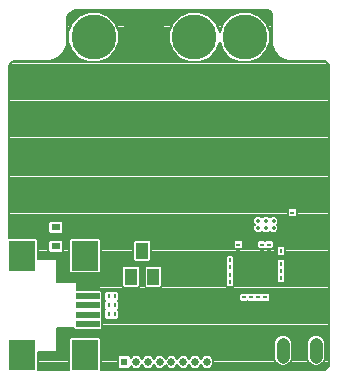
<source format=gbl>
G75*
G70*
%OFA0B0*%
%FSLAX24Y24*%
%IPPOS*%
%LPD*%
%AMOC8*
5,1,8,0,0,1.08239X$1,22.5*
%
%ADD10R,0.0138X0.0098*%
%ADD11R,0.0098X0.0138*%
%ADD12R,0.0315X0.0236*%
%ADD13R,0.0110X0.0169*%
%ADD14C,0.0248*%
%ADD15R,0.0248X0.0248*%
%ADD16C,0.0420*%
%ADD17R,0.0866X0.0984*%
%ADD18R,0.0787X0.0197*%
%ADD19R,0.0394X0.0551*%
%ADD20C,0.0070*%
%ADD21C,0.1500*%
%ADD22C,0.0140*%
D10*
X008531Y004924D03*
X008531Y005121D03*
X009311Y005121D03*
X009311Y004924D03*
X009551Y004924D03*
X009551Y005121D03*
X010331Y006184D03*
X010331Y006381D03*
X009431Y003561D03*
X009431Y003364D03*
X009191Y003364D03*
X009191Y003561D03*
X008949Y003561D03*
X008949Y003365D03*
X008711Y003364D03*
X008711Y003561D03*
D11*
X008449Y003882D03*
X008252Y003882D03*
X008252Y004122D03*
X008449Y004122D03*
X008449Y004362D03*
X008252Y004362D03*
X008252Y004602D03*
X008449Y004602D03*
X009752Y004482D03*
X009949Y004482D03*
X009949Y004242D03*
X009752Y004242D03*
X009752Y004002D03*
X009949Y004002D03*
X009949Y004902D03*
X009752Y004902D03*
D12*
X002440Y005065D03*
X002440Y005695D03*
D13*
X004200Y003400D03*
X004401Y003400D03*
X004401Y003100D03*
X004200Y003100D03*
X004200Y002800D03*
X004401Y002800D03*
D14*
X005116Y001210D03*
X005510Y001210D03*
X005904Y001210D03*
X006297Y001210D03*
X006691Y001210D03*
X007085Y001210D03*
X007478Y001210D03*
D15*
X004722Y001210D03*
D16*
X010010Y001390D02*
X010010Y001810D01*
X011110Y001810D02*
X011110Y001390D01*
D17*
X001321Y001446D03*
X003408Y001446D03*
X003408Y004754D03*
X001321Y004754D03*
D18*
X003506Y003730D03*
X003506Y003415D03*
X003506Y003100D03*
X003506Y002785D03*
X003506Y002470D03*
D19*
X004946Y004047D03*
X005694Y004047D03*
X005320Y004913D03*
D20*
X005029Y004891D02*
X003936Y004891D01*
X003936Y004959D02*
X005029Y004959D01*
X005029Y005028D02*
X003936Y005028D01*
X003936Y005096D02*
X005029Y005096D01*
X005029Y005165D02*
X003936Y005165D01*
X003936Y005233D02*
X005033Y005233D01*
X005029Y005228D02*
X005084Y005284D01*
X005557Y005284D01*
X005612Y005228D01*
X005612Y004598D01*
X005557Y004542D01*
X005084Y004542D01*
X005029Y004598D01*
X005029Y005228D01*
X005029Y004822D02*
X003936Y004822D01*
X003936Y004754D02*
X005029Y004754D01*
X005029Y004685D02*
X003936Y004685D01*
X003936Y004617D02*
X005029Y004617D01*
X005079Y004548D02*
X003936Y004548D01*
X003936Y004480D02*
X008117Y004480D01*
X008120Y004482D02*
X008108Y004471D01*
X008108Y004254D01*
X008120Y004242D01*
X008108Y004231D01*
X008108Y004014D01*
X008120Y004002D01*
X008108Y003991D01*
X008108Y003774D01*
X008164Y003718D01*
X008341Y003718D01*
X008397Y003774D01*
X008397Y003991D01*
X008385Y004002D01*
X008397Y004014D01*
X008397Y004231D01*
X008385Y004242D01*
X008397Y004254D01*
X008397Y004471D01*
X008385Y004482D01*
X008397Y004494D01*
X008397Y004711D01*
X008341Y004766D01*
X008164Y004766D01*
X008108Y004711D01*
X008108Y004494D01*
X008120Y004482D01*
X008108Y004548D02*
X005562Y004548D01*
X005612Y004617D02*
X008108Y004617D01*
X008108Y004685D02*
X005612Y004685D01*
X005612Y004754D02*
X008151Y004754D01*
X008354Y004754D02*
X009846Y004754D01*
X009861Y004738D02*
X010038Y004738D01*
X010094Y004794D01*
X010094Y005011D01*
X010038Y005066D01*
X009861Y005066D01*
X009805Y005011D01*
X009805Y004794D01*
X009861Y004738D01*
X009861Y004646D02*
X009805Y004591D01*
X009805Y004374D01*
X009817Y004362D01*
X009805Y004351D01*
X009805Y004134D01*
X009817Y004122D01*
X009805Y004111D01*
X009805Y003894D01*
X009861Y003838D01*
X010038Y003838D01*
X010094Y003894D01*
X010094Y004111D01*
X010082Y004122D01*
X010094Y004134D01*
X010094Y004351D01*
X010082Y004362D01*
X010094Y004374D01*
X010094Y004591D01*
X010038Y004646D01*
X009861Y004646D01*
X009831Y004617D02*
X008397Y004617D01*
X008397Y004685D02*
X011555Y004685D01*
X011555Y004617D02*
X010068Y004617D01*
X010094Y004548D02*
X011555Y004548D01*
X011555Y004480D02*
X010094Y004480D01*
X010094Y004411D02*
X011555Y004411D01*
X011555Y004343D02*
X010094Y004343D01*
X010094Y004274D02*
X011555Y004274D01*
X011555Y004206D02*
X010094Y004206D01*
X010094Y004137D02*
X011555Y004137D01*
X011555Y004069D02*
X010094Y004069D01*
X010094Y004000D02*
X011555Y004000D01*
X011555Y003931D02*
X010094Y003931D01*
X010062Y003863D02*
X011555Y003863D01*
X011555Y003794D02*
X008397Y003794D01*
X008397Y003863D02*
X009836Y003863D01*
X009805Y003931D02*
X008397Y003931D01*
X008387Y004000D02*
X009805Y004000D01*
X009805Y004069D02*
X008397Y004069D01*
X008397Y004137D02*
X009805Y004137D01*
X009805Y004206D02*
X008397Y004206D01*
X008397Y004274D02*
X009805Y004274D01*
X009805Y004343D02*
X008397Y004343D01*
X008397Y004411D02*
X009805Y004411D01*
X009805Y004480D02*
X008388Y004480D01*
X008397Y004548D02*
X009805Y004548D01*
X010053Y004754D02*
X011555Y004754D01*
X011555Y004822D02*
X010094Y004822D01*
X010094Y004891D02*
X011555Y004891D01*
X011555Y004959D02*
X010094Y004959D01*
X010077Y005028D02*
X011555Y005028D01*
X011555Y005096D02*
X009715Y005096D01*
X009715Y005032D02*
X009715Y005209D01*
X009659Y005265D01*
X009443Y005265D01*
X009431Y005253D01*
X009419Y005265D01*
X009203Y005265D01*
X009147Y005209D01*
X009147Y005032D01*
X009203Y004977D01*
X009419Y004977D01*
X009431Y004988D01*
X009443Y004977D01*
X009659Y004977D01*
X009715Y005032D01*
X009710Y005028D02*
X009822Y005028D01*
X009805Y004959D02*
X005612Y004959D01*
X005612Y004891D02*
X009805Y004891D01*
X009805Y004822D02*
X005612Y004822D01*
X005612Y005028D02*
X008372Y005028D01*
X008367Y005032D02*
X008367Y005209D01*
X008423Y005265D01*
X008639Y005265D01*
X008695Y005209D01*
X008695Y005032D01*
X008639Y004977D01*
X008423Y004977D01*
X008367Y005032D01*
X008367Y005096D02*
X005612Y005096D01*
X005612Y005165D02*
X008367Y005165D01*
X008391Y005233D02*
X005607Y005233D01*
X005458Y004418D02*
X005403Y004362D01*
X005403Y003732D01*
X005458Y003676D01*
X005931Y003676D01*
X005986Y003732D01*
X005986Y004362D01*
X005931Y004418D01*
X005458Y004418D01*
X005452Y004411D02*
X005189Y004411D01*
X005183Y004418D02*
X004710Y004418D01*
X004654Y004362D01*
X004654Y003732D01*
X004710Y003676D01*
X005183Y003676D01*
X005238Y003732D01*
X005238Y004362D01*
X005183Y004418D01*
X005238Y004343D02*
X005403Y004343D01*
X005403Y004274D02*
X005238Y004274D01*
X005238Y004206D02*
X005403Y004206D01*
X005403Y004137D02*
X005238Y004137D01*
X005238Y004069D02*
X005403Y004069D01*
X005403Y004000D02*
X005238Y004000D01*
X005238Y003931D02*
X005403Y003931D01*
X005403Y003863D02*
X005238Y003863D01*
X005238Y003794D02*
X005403Y003794D01*
X005409Y003726D02*
X005232Y003726D01*
X004660Y003726D02*
X003138Y003726D01*
X003138Y003794D02*
X004654Y003794D01*
X004654Y003863D02*
X003117Y003863D01*
X002478Y003863D01*
X002478Y004630D01*
X002458Y004651D01*
X001849Y004651D01*
X001849Y005285D01*
X001794Y005341D01*
X000885Y005341D01*
X000885Y011068D01*
X000899Y011112D01*
X000921Y011153D01*
X000951Y011190D01*
X000987Y011220D01*
X001029Y011242D01*
X001072Y011255D01*
X002273Y011255D01*
X002517Y011356D01*
X002704Y011543D01*
X002704Y011543D01*
X002805Y011788D01*
X002805Y012631D01*
X003096Y012631D01*
X003028Y012563D02*
X002805Y012563D01*
X002805Y012631D02*
X002807Y012650D01*
X002828Y012718D01*
X002861Y012780D01*
X002906Y012835D01*
X002960Y012879D01*
X003023Y012913D01*
X003090Y012933D01*
X003110Y012935D01*
X009502Y012935D01*
X009538Y012922D01*
X009573Y012901D01*
X009601Y012872D01*
X009623Y012838D01*
X009635Y012801D01*
X009635Y011788D01*
X009737Y011543D01*
X009924Y011356D01*
X010168Y011255D01*
X011368Y011255D01*
X011412Y011242D01*
X011454Y011220D01*
X011490Y011190D01*
X011520Y011153D01*
X011542Y011112D01*
X011555Y011068D01*
X011555Y001132D01*
X011542Y001088D01*
X011520Y001047D01*
X011490Y001010D01*
X011454Y000980D01*
X011412Y000958D01*
X011368Y000945D01*
X003936Y000945D01*
X003936Y001978D01*
X003880Y002034D01*
X002935Y002034D01*
X002880Y001978D01*
X002880Y000945D01*
X001849Y000945D01*
X001849Y001549D01*
X002458Y001549D01*
X002478Y001570D01*
X002478Y002337D01*
X003017Y002337D01*
X003017Y002332D01*
X003073Y002277D01*
X003939Y002277D01*
X003995Y002332D01*
X003995Y002608D01*
X003975Y002628D01*
X003995Y002647D01*
X003995Y002923D01*
X003975Y002943D01*
X003995Y002962D01*
X003995Y003238D01*
X003975Y003257D01*
X003995Y003277D01*
X003995Y003553D01*
X003939Y003608D01*
X003138Y003608D01*
X003138Y003843D01*
X003117Y003863D01*
X003138Y003657D02*
X011555Y003657D01*
X011555Y003589D02*
X003959Y003589D01*
X003995Y003520D02*
X004050Y003520D01*
X004050Y003524D02*
X004050Y003276D01*
X004076Y003250D01*
X004050Y003224D01*
X004050Y002976D01*
X004076Y002950D01*
X004050Y002924D01*
X004050Y002676D01*
X004105Y002620D01*
X004294Y002620D01*
X004300Y002626D01*
X004306Y002620D01*
X004495Y002620D01*
X004551Y002676D01*
X004551Y002924D01*
X004525Y002950D01*
X004551Y002976D01*
X004551Y003224D01*
X004525Y003250D01*
X004551Y003276D01*
X004551Y003524D01*
X004495Y003580D01*
X004306Y003580D01*
X004300Y003574D01*
X004294Y003580D01*
X004105Y003580D01*
X004050Y003524D01*
X004050Y003452D02*
X003995Y003452D01*
X003995Y003383D02*
X004050Y003383D01*
X004050Y003315D02*
X003995Y003315D01*
X003986Y003246D02*
X004072Y003246D01*
X004050Y003178D02*
X003995Y003178D01*
X003995Y003109D02*
X004050Y003109D01*
X004050Y003041D02*
X003995Y003041D01*
X003995Y002972D02*
X004053Y002972D01*
X004050Y002904D02*
X003995Y002904D01*
X003995Y002835D02*
X004050Y002835D01*
X004050Y002767D02*
X003995Y002767D01*
X003995Y002698D02*
X004050Y002698D01*
X004096Y002630D02*
X003978Y002630D01*
X003995Y002561D02*
X011555Y002561D01*
X011555Y002493D02*
X003995Y002493D01*
X003995Y002424D02*
X011555Y002424D01*
X011555Y002356D02*
X003995Y002356D01*
X003950Y002287D02*
X011555Y002287D01*
X011555Y002219D02*
X002478Y002219D01*
X002478Y002287D02*
X003062Y002287D01*
X002915Y002013D02*
X002478Y002013D01*
X002478Y001945D02*
X002880Y001945D01*
X002880Y001876D02*
X002478Y001876D01*
X002478Y001808D02*
X002880Y001808D01*
X002880Y001739D02*
X002478Y001739D01*
X002478Y001671D02*
X002880Y001671D01*
X002880Y001602D02*
X002478Y001602D01*
X002880Y001534D02*
X001849Y001534D01*
X001849Y001465D02*
X002880Y001465D01*
X002880Y001397D02*
X001849Y001397D01*
X001849Y001328D02*
X002880Y001328D01*
X002880Y001260D02*
X001849Y001260D01*
X001849Y001191D02*
X002880Y001191D01*
X002880Y001123D02*
X001849Y001123D01*
X001849Y001054D02*
X002880Y001054D01*
X002880Y000986D02*
X001849Y000986D01*
X002478Y002082D02*
X009870Y002082D01*
X009838Y002069D02*
X009752Y001983D01*
X009705Y001871D01*
X009705Y001329D01*
X009752Y001217D01*
X009838Y001131D01*
X009950Y001085D01*
X010071Y001085D01*
X010183Y001131D01*
X010269Y001217D01*
X010315Y001329D01*
X010315Y001871D01*
X010269Y001983D01*
X010183Y002069D01*
X010071Y002115D01*
X009950Y002115D01*
X009838Y002069D01*
X009783Y002013D02*
X003900Y002013D01*
X003936Y001945D02*
X009736Y001945D01*
X009708Y001876D02*
X003936Y001876D01*
X003936Y001808D02*
X009705Y001808D01*
X009705Y001739D02*
X003936Y001739D01*
X003936Y001671D02*
X009705Y001671D01*
X009705Y001602D02*
X003936Y001602D01*
X003936Y001534D02*
X009705Y001534D01*
X009705Y001465D02*
X003936Y001465D01*
X003936Y001397D02*
X004527Y001397D01*
X004503Y001373D02*
X004503Y001047D01*
X004559Y000991D01*
X004886Y000991D01*
X004941Y001047D01*
X004941Y001075D01*
X005025Y000991D01*
X005207Y000991D01*
X005313Y001097D01*
X005419Y000991D01*
X005601Y000991D01*
X005707Y001097D01*
X005813Y000991D01*
X005994Y000991D01*
X006100Y001097D01*
X006206Y000991D01*
X006388Y000991D01*
X006494Y001097D01*
X006600Y000991D01*
X006782Y000991D01*
X006888Y001097D01*
X006994Y000991D01*
X007175Y000991D01*
X007281Y001097D01*
X007388Y000991D01*
X007569Y000991D01*
X007697Y001119D01*
X007697Y001301D01*
X007569Y001429D01*
X007388Y001429D01*
X007281Y001323D01*
X007175Y001429D01*
X006994Y001429D01*
X006888Y001323D01*
X006782Y001429D01*
X006600Y001429D01*
X006494Y001323D01*
X006388Y001429D01*
X006206Y001429D01*
X006100Y001323D01*
X005994Y001429D01*
X005813Y001429D01*
X005707Y001323D01*
X005601Y001429D01*
X005419Y001429D01*
X005313Y001323D01*
X005207Y001429D01*
X005025Y001429D01*
X004941Y001345D01*
X004941Y001373D01*
X004886Y001429D01*
X004559Y001429D01*
X004503Y001373D01*
X004503Y001328D02*
X003936Y001328D01*
X003936Y001260D02*
X004503Y001260D01*
X004503Y001191D02*
X003936Y001191D01*
X003936Y001123D02*
X004503Y001123D01*
X004503Y001054D02*
X003936Y001054D01*
X003936Y000986D02*
X011460Y000986D01*
X011524Y001054D02*
X007633Y001054D01*
X007697Y001123D02*
X009858Y001123D01*
X009778Y001191D02*
X007697Y001191D01*
X007697Y001260D02*
X009734Y001260D01*
X009706Y001328D02*
X007670Y001328D01*
X007601Y001397D02*
X009705Y001397D01*
X010163Y001123D02*
X010958Y001123D01*
X010938Y001131D02*
X011050Y001085D01*
X011171Y001085D01*
X011283Y001131D01*
X011369Y001217D01*
X011415Y001329D01*
X011415Y001871D01*
X011369Y001983D01*
X011283Y002069D01*
X011171Y002115D01*
X011050Y002115D01*
X010938Y002069D01*
X010852Y001983D01*
X010805Y001871D01*
X010805Y001329D01*
X010852Y001217D01*
X010938Y001131D01*
X010878Y001191D02*
X010243Y001191D01*
X010287Y001260D02*
X010834Y001260D01*
X010806Y001328D02*
X010315Y001328D01*
X010315Y001397D02*
X010805Y001397D01*
X010805Y001465D02*
X010315Y001465D01*
X010315Y001534D02*
X010805Y001534D01*
X010805Y001602D02*
X010315Y001602D01*
X010315Y001671D02*
X010805Y001671D01*
X010805Y001739D02*
X010315Y001739D01*
X010315Y001808D02*
X010805Y001808D01*
X010808Y001876D02*
X010313Y001876D01*
X010285Y001945D02*
X010836Y001945D01*
X010883Y002013D02*
X010238Y002013D01*
X010151Y002082D02*
X010970Y002082D01*
X011251Y002082D02*
X011555Y002082D01*
X011555Y002150D02*
X002478Y002150D01*
X004505Y002630D02*
X011555Y002630D01*
X011555Y002698D02*
X004551Y002698D01*
X004551Y002767D02*
X011555Y002767D01*
X011555Y002835D02*
X004551Y002835D01*
X004551Y002904D02*
X011555Y002904D01*
X011555Y002972D02*
X004547Y002972D01*
X004551Y003041D02*
X011555Y003041D01*
X011555Y003109D02*
X004551Y003109D01*
X004551Y003178D02*
X011555Y003178D01*
X011555Y003246D02*
X009566Y003246D01*
X009539Y003220D02*
X009595Y003275D01*
X009595Y003453D01*
X009539Y003508D01*
X009323Y003508D01*
X009311Y003496D01*
X009299Y003508D01*
X009083Y003508D01*
X009070Y003496D01*
X009057Y003509D01*
X008840Y003509D01*
X008829Y003498D01*
X008819Y003508D01*
X008603Y003508D01*
X008547Y003453D01*
X008547Y003275D01*
X008603Y003220D01*
X008819Y003220D01*
X008830Y003231D01*
X008840Y003220D01*
X009057Y003220D01*
X009069Y003233D01*
X009083Y003220D01*
X009299Y003220D01*
X009311Y003231D01*
X009323Y003220D01*
X009539Y003220D01*
X009595Y003315D02*
X011555Y003315D01*
X011555Y003383D02*
X009595Y003383D01*
X009595Y003452D02*
X011555Y003452D01*
X011555Y003520D02*
X004551Y003520D01*
X004551Y003452D02*
X008547Y003452D01*
X008547Y003383D02*
X004551Y003383D01*
X004551Y003315D02*
X008547Y003315D01*
X008576Y003246D02*
X004528Y003246D01*
X004654Y003931D02*
X002478Y003931D01*
X002478Y004000D02*
X004654Y004000D01*
X004654Y004069D02*
X002478Y004069D01*
X002478Y004137D02*
X004654Y004137D01*
X004654Y004206D02*
X003919Y004206D01*
X003936Y004222D02*
X003880Y004166D01*
X002935Y004166D01*
X002880Y004222D01*
X002880Y005285D01*
X002935Y005341D01*
X003880Y005341D01*
X003936Y005285D01*
X003936Y004222D01*
X003936Y004274D02*
X004654Y004274D01*
X004654Y004343D02*
X003936Y004343D01*
X003936Y004411D02*
X004704Y004411D01*
X003919Y005302D02*
X011555Y005302D01*
X011555Y005370D02*
X000885Y005370D01*
X000885Y005439D02*
X011555Y005439D01*
X011555Y005507D02*
X009775Y005507D01*
X009767Y005498D02*
X009863Y005595D01*
X009863Y005732D01*
X009804Y005791D01*
X009863Y005851D01*
X009863Y005988D01*
X009767Y006084D01*
X009630Y006084D01*
X009570Y006025D01*
X009511Y006084D01*
X009374Y006084D01*
X009315Y006025D01*
X009255Y006084D01*
X009118Y006084D01*
X009022Y005988D01*
X009022Y005851D01*
X009081Y005791D01*
X009022Y005732D01*
X009022Y005595D01*
X009118Y005498D01*
X009255Y005498D01*
X009315Y005558D01*
X009374Y005498D01*
X009511Y005498D01*
X009570Y005558D01*
X009630Y005498D01*
X009767Y005498D01*
X009844Y005576D02*
X011555Y005576D01*
X011555Y005644D02*
X009863Y005644D01*
X009863Y005713D02*
X011555Y005713D01*
X011555Y005781D02*
X009814Y005781D01*
X009862Y005850D02*
X011555Y005850D01*
X011555Y005918D02*
X009863Y005918D01*
X009863Y005987D02*
X011555Y005987D01*
X011555Y006055D02*
X010454Y006055D01*
X010439Y006040D02*
X010495Y006095D01*
X010495Y006273D01*
X010439Y006328D01*
X010223Y006328D01*
X010167Y006273D01*
X010167Y006095D01*
X010223Y006040D01*
X010439Y006040D01*
X010495Y006124D02*
X011555Y006124D01*
X011555Y006192D02*
X010495Y006192D01*
X010495Y006261D02*
X011555Y006261D01*
X011555Y006329D02*
X000885Y006329D01*
X000885Y006261D02*
X010167Y006261D01*
X010167Y006192D02*
X000885Y006192D01*
X000885Y006124D02*
X010167Y006124D01*
X010207Y006055D02*
X009796Y006055D01*
X009601Y006055D02*
X009540Y006055D01*
X009345Y006055D02*
X009284Y006055D01*
X009089Y006055D02*
X000885Y006055D01*
X000885Y005987D02*
X009022Y005987D01*
X009022Y005918D02*
X000885Y005918D01*
X000885Y005850D02*
X002188Y005850D01*
X002188Y005852D02*
X002244Y005908D01*
X002637Y005908D01*
X002693Y005852D01*
X002693Y005537D01*
X002637Y005482D01*
X002244Y005482D01*
X002188Y005537D01*
X002188Y005852D01*
X002188Y005781D02*
X000885Y005781D01*
X000885Y005713D02*
X002188Y005713D01*
X002188Y005644D02*
X000885Y005644D01*
X000885Y005576D02*
X002188Y005576D01*
X002218Y005507D02*
X000885Y005507D01*
X001833Y005302D02*
X002896Y005302D01*
X002880Y005233D02*
X002682Y005233D01*
X002693Y005223D02*
X002637Y005278D01*
X002244Y005278D01*
X002188Y005223D01*
X002188Y004908D01*
X002244Y004852D01*
X002637Y004852D01*
X002693Y004908D01*
X002693Y005223D01*
X002693Y005165D02*
X002880Y005165D01*
X002880Y005096D02*
X002693Y005096D01*
X002693Y005028D02*
X002880Y005028D01*
X002880Y004959D02*
X002693Y004959D01*
X002676Y004891D02*
X002880Y004891D01*
X002880Y004822D02*
X001849Y004822D01*
X001849Y004754D02*
X002880Y004754D01*
X002880Y004685D02*
X001849Y004685D01*
X001849Y004891D02*
X002205Y004891D01*
X002188Y004959D02*
X001849Y004959D01*
X001849Y005028D02*
X002188Y005028D01*
X002188Y005096D02*
X001849Y005096D01*
X001849Y005165D02*
X002188Y005165D01*
X002198Y005233D02*
X001849Y005233D01*
X002662Y005507D02*
X009110Y005507D01*
X009041Y005576D02*
X002693Y005576D01*
X002693Y005644D02*
X009022Y005644D01*
X009022Y005713D02*
X002693Y005713D01*
X002693Y005781D02*
X009071Y005781D01*
X009023Y005850D02*
X002693Y005850D01*
X002880Y004617D02*
X002478Y004617D01*
X002478Y004548D02*
X002880Y004548D01*
X002880Y004480D02*
X002478Y004480D01*
X002478Y004411D02*
X002880Y004411D01*
X002880Y004343D02*
X002478Y004343D01*
X002478Y004274D02*
X002880Y004274D01*
X002896Y004206D02*
X002478Y004206D01*
X000885Y006398D02*
X011555Y006398D01*
X011555Y006466D02*
X000885Y006466D01*
X000885Y006535D02*
X011555Y006535D01*
X011555Y006603D02*
X000885Y006603D01*
X000885Y006672D02*
X011555Y006672D01*
X011555Y006740D02*
X000885Y006740D01*
X000885Y006809D02*
X011555Y006809D01*
X011555Y006877D02*
X000885Y006877D01*
X000885Y006946D02*
X011555Y006946D01*
X011555Y007014D02*
X000885Y007014D01*
X000885Y007083D02*
X011555Y007083D01*
X011555Y007151D02*
X000885Y007151D01*
X000885Y007220D02*
X011555Y007220D01*
X011555Y007288D02*
X000885Y007288D01*
X000885Y007357D02*
X011555Y007357D01*
X011555Y007425D02*
X000885Y007425D01*
X000885Y007494D02*
X011555Y007494D01*
X011555Y007562D02*
X000885Y007562D01*
X000885Y007631D02*
X011555Y007631D01*
X011555Y007699D02*
X000885Y007699D01*
X000885Y007768D02*
X011555Y007768D01*
X011555Y007836D02*
X000885Y007836D01*
X000885Y007905D02*
X011555Y007905D01*
X011555Y007973D02*
X000885Y007973D01*
X000885Y008042D02*
X011555Y008042D01*
X011555Y008110D02*
X000885Y008110D01*
X000885Y008179D02*
X011555Y008179D01*
X011555Y008247D02*
X000885Y008247D01*
X000885Y008316D02*
X011555Y008316D01*
X011555Y008384D02*
X000885Y008384D01*
X000885Y008453D02*
X011555Y008453D01*
X011555Y008521D02*
X000885Y008521D01*
X000885Y008590D02*
X011555Y008590D01*
X011555Y008658D02*
X000885Y008658D01*
X000885Y008727D02*
X011555Y008727D01*
X011555Y008795D02*
X000885Y008795D01*
X000885Y008864D02*
X011555Y008864D01*
X011555Y008932D02*
X000885Y008932D01*
X000885Y009001D02*
X011555Y009001D01*
X011555Y009069D02*
X000885Y009069D01*
X000885Y009138D02*
X011555Y009138D01*
X011555Y009206D02*
X000885Y009206D01*
X000885Y009275D02*
X011555Y009275D01*
X011555Y009343D02*
X000885Y009343D01*
X000885Y009412D02*
X011555Y009412D01*
X011555Y009480D02*
X000885Y009480D01*
X000885Y009549D02*
X011555Y009549D01*
X011555Y009617D02*
X000885Y009617D01*
X000885Y009686D02*
X011555Y009686D01*
X011555Y009754D02*
X000885Y009754D01*
X000885Y009823D02*
X011555Y009823D01*
X011555Y009891D02*
X000885Y009891D01*
X000885Y009960D02*
X011555Y009960D01*
X011555Y010028D02*
X000885Y010028D01*
X000885Y010097D02*
X011555Y010097D01*
X011555Y010165D02*
X000885Y010165D01*
X000885Y010234D02*
X011555Y010234D01*
X011555Y010302D02*
X000885Y010302D01*
X000885Y010371D02*
X011555Y010371D01*
X011555Y010439D02*
X000885Y010439D01*
X000885Y010508D02*
X011555Y010508D01*
X011555Y010576D02*
X000885Y010576D01*
X000885Y010645D02*
X011555Y010645D01*
X011555Y010713D02*
X000885Y010713D01*
X000885Y010782D02*
X011555Y010782D01*
X011555Y010850D02*
X000885Y010850D01*
X000885Y010919D02*
X011555Y010919D01*
X011555Y010987D02*
X000885Y010987D01*
X000885Y011056D02*
X011555Y011056D01*
X011536Y011124D02*
X000905Y011124D01*
X000954Y011193D02*
X011487Y011193D01*
X010154Y011261D02*
X009068Y011261D01*
X009219Y011324D02*
X008908Y011195D01*
X008572Y011195D01*
X008262Y011324D01*
X008024Y011561D01*
X007900Y011860D01*
X007777Y011561D01*
X007539Y011324D01*
X007228Y011195D01*
X006892Y011195D01*
X006582Y011324D01*
X006344Y011561D01*
X006215Y011872D01*
X006215Y012208D01*
X006344Y012519D01*
X006582Y012756D01*
X006892Y012885D01*
X007228Y012885D01*
X007539Y012756D01*
X007777Y012519D01*
X007900Y012220D01*
X008024Y012519D01*
X008262Y012756D01*
X008572Y012885D01*
X008908Y012885D01*
X009219Y012756D01*
X009457Y012519D01*
X009585Y012208D01*
X009585Y011872D01*
X009457Y011561D01*
X009219Y011324D01*
X009225Y011330D02*
X009988Y011330D01*
X009924Y011356D02*
X009924Y011356D01*
X009924Y011356D01*
X009882Y011398D02*
X009293Y011398D01*
X009362Y011467D02*
X009813Y011467D01*
X009745Y011535D02*
X009430Y011535D01*
X009474Y011604D02*
X009712Y011604D01*
X009683Y011672D02*
X009503Y011672D01*
X009531Y011741D02*
X009655Y011741D01*
X009635Y011809D02*
X009559Y011809D01*
X009585Y011878D02*
X009635Y011878D01*
X009635Y011946D02*
X009585Y011946D01*
X009585Y012015D02*
X009635Y012015D01*
X009635Y012083D02*
X009585Y012083D01*
X009585Y012152D02*
X009635Y012152D01*
X009635Y012220D02*
X009580Y012220D01*
X009552Y012289D02*
X009635Y012289D01*
X009635Y012357D02*
X009524Y012357D01*
X009495Y012426D02*
X009635Y012426D01*
X009635Y012494D02*
X009467Y012494D01*
X009413Y012563D02*
X009635Y012563D01*
X009635Y012631D02*
X009344Y012631D01*
X009276Y012700D02*
X009635Y012700D01*
X009635Y012768D02*
X009191Y012768D01*
X009025Y012837D02*
X009623Y012837D01*
X009566Y012905D02*
X003008Y012905D01*
X002908Y012837D02*
X003415Y012837D01*
X003532Y012885D02*
X003222Y012756D01*
X002984Y012519D01*
X002855Y012208D01*
X002855Y011872D01*
X002984Y011561D01*
X003222Y011324D01*
X003532Y011195D01*
X003868Y011195D01*
X004179Y011324D01*
X004417Y011561D01*
X004545Y011872D01*
X004545Y012208D01*
X004417Y012519D01*
X004179Y012756D01*
X003868Y012885D01*
X003532Y012885D01*
X003250Y012768D02*
X002855Y012768D01*
X002822Y012700D02*
X003165Y012700D01*
X002974Y012494D02*
X002805Y012494D01*
X002805Y012426D02*
X002945Y012426D01*
X002917Y012357D02*
X002805Y012357D01*
X002805Y012289D02*
X002889Y012289D01*
X002860Y012220D02*
X002805Y012220D01*
X002805Y012152D02*
X002855Y012152D01*
X002855Y012083D02*
X002805Y012083D01*
X002805Y012015D02*
X002855Y012015D01*
X002855Y011946D02*
X002805Y011946D01*
X002805Y011878D02*
X002855Y011878D01*
X002881Y011809D02*
X002805Y011809D01*
X002786Y011741D02*
X002910Y011741D01*
X002938Y011672D02*
X002757Y011672D01*
X002729Y011604D02*
X002967Y011604D01*
X003010Y011535D02*
X002696Y011535D01*
X002627Y011467D02*
X003079Y011467D01*
X003147Y011398D02*
X002559Y011398D01*
X002517Y011356D02*
X002517Y011356D01*
X002453Y011330D02*
X003216Y011330D01*
X003373Y011261D02*
X002287Y011261D01*
X004028Y011261D02*
X006733Y011261D01*
X006576Y011330D02*
X004185Y011330D01*
X004253Y011398D02*
X006507Y011398D01*
X006439Y011467D02*
X004322Y011467D01*
X004390Y011535D02*
X006370Y011535D01*
X006327Y011604D02*
X004434Y011604D01*
X004463Y011672D02*
X006298Y011672D01*
X006270Y011741D02*
X004491Y011741D01*
X004519Y011809D02*
X006241Y011809D01*
X006215Y011878D02*
X004545Y011878D01*
X004545Y011946D02*
X006215Y011946D01*
X006215Y012015D02*
X004545Y012015D01*
X004545Y012083D02*
X006215Y012083D01*
X006215Y012152D02*
X004545Y012152D01*
X004540Y012220D02*
X006220Y012220D01*
X006249Y012289D02*
X004512Y012289D01*
X004484Y012357D02*
X006277Y012357D01*
X006305Y012426D02*
X004455Y012426D01*
X004427Y012494D02*
X006334Y012494D01*
X006388Y012563D02*
X004373Y012563D01*
X004304Y012631D02*
X006456Y012631D01*
X006525Y012700D02*
X004236Y012700D01*
X004151Y012768D02*
X006610Y012768D01*
X006775Y012837D02*
X003985Y012837D01*
X007345Y012837D02*
X008455Y012837D01*
X008290Y012768D02*
X007511Y012768D01*
X007596Y012700D02*
X008205Y012700D01*
X008136Y012631D02*
X007664Y012631D01*
X007733Y012563D02*
X008068Y012563D01*
X008014Y012494D02*
X007787Y012494D01*
X007815Y012426D02*
X007985Y012426D01*
X007957Y012357D02*
X007844Y012357D01*
X007872Y012289D02*
X007929Y012289D01*
X007921Y011809D02*
X007879Y011809D01*
X007851Y011741D02*
X007950Y011741D01*
X007978Y011672D02*
X007823Y011672D01*
X007794Y011604D02*
X008007Y011604D01*
X008050Y011535D02*
X007750Y011535D01*
X007682Y011467D02*
X008119Y011467D01*
X008187Y011398D02*
X007613Y011398D01*
X007545Y011330D02*
X008256Y011330D01*
X008413Y011261D02*
X007388Y011261D01*
X009264Y005507D02*
X009366Y005507D01*
X009519Y005507D02*
X009621Y005507D01*
X009691Y005233D02*
X011555Y005233D01*
X011555Y005165D02*
X009715Y005165D01*
X009171Y005233D02*
X008671Y005233D01*
X008695Y005165D02*
X009147Y005165D01*
X009147Y005096D02*
X008695Y005096D01*
X008690Y005028D02*
X009152Y005028D01*
X008108Y004411D02*
X005937Y004411D01*
X005986Y004343D02*
X008108Y004343D01*
X008108Y004274D02*
X005986Y004274D01*
X005986Y004206D02*
X008108Y004206D01*
X008108Y004137D02*
X005986Y004137D01*
X005986Y004069D02*
X008108Y004069D01*
X008118Y004000D02*
X005986Y004000D01*
X005986Y003931D02*
X008108Y003931D01*
X008108Y003863D02*
X005986Y003863D01*
X005986Y003794D02*
X008108Y003794D01*
X008156Y003726D02*
X005980Y003726D01*
X008349Y003726D02*
X011555Y003726D01*
X011555Y002013D02*
X011338Y002013D01*
X011385Y001945D02*
X011555Y001945D01*
X011555Y001876D02*
X011413Y001876D01*
X011415Y001808D02*
X011555Y001808D01*
X011555Y001739D02*
X011415Y001739D01*
X011415Y001671D02*
X011555Y001671D01*
X011555Y001602D02*
X011415Y001602D01*
X011415Y001534D02*
X011555Y001534D01*
X011555Y001465D02*
X011415Y001465D01*
X011415Y001397D02*
X011555Y001397D01*
X011555Y001328D02*
X011415Y001328D01*
X011387Y001260D02*
X011555Y001260D01*
X011555Y001191D02*
X011343Y001191D01*
X011263Y001123D02*
X011553Y001123D01*
X007356Y001397D02*
X007207Y001397D01*
X007276Y001328D02*
X007287Y001328D01*
X006962Y001397D02*
X006814Y001397D01*
X006882Y001328D02*
X006893Y001328D01*
X006568Y001397D02*
X006420Y001397D01*
X006488Y001328D02*
X006500Y001328D01*
X006174Y001397D02*
X006026Y001397D01*
X006095Y001328D02*
X006106Y001328D01*
X005781Y001397D02*
X005633Y001397D01*
X005701Y001328D02*
X005712Y001328D01*
X005387Y001397D02*
X005239Y001397D01*
X005307Y001328D02*
X005319Y001328D01*
X004993Y001397D02*
X004918Y001397D01*
X004941Y001054D02*
X004962Y001054D01*
X005270Y001054D02*
X005356Y001054D01*
X005664Y001054D02*
X005749Y001054D01*
X006058Y001054D02*
X006143Y001054D01*
X006451Y001054D02*
X006537Y001054D01*
X006845Y001054D02*
X006930Y001054D01*
X007239Y001054D02*
X007324Y001054D01*
D21*
X007060Y012040D03*
X005380Y012040D03*
X003700Y012040D03*
X008740Y012040D03*
D22*
X009187Y005919D03*
X009442Y005919D03*
X009698Y005919D03*
X009698Y005663D03*
X009442Y005663D03*
X009187Y005663D03*
X009187Y004640D03*
X008931Y004640D03*
X008931Y004384D03*
X009187Y004384D03*
X009442Y004384D03*
X009442Y004640D03*
X009442Y004128D03*
X009187Y004128D03*
X008931Y004128D03*
X008931Y003872D03*
X009187Y003872D03*
X009442Y003872D03*
X008675Y003872D03*
X008675Y004128D03*
X008675Y004384D03*
X008675Y004640D03*
M02*

</source>
